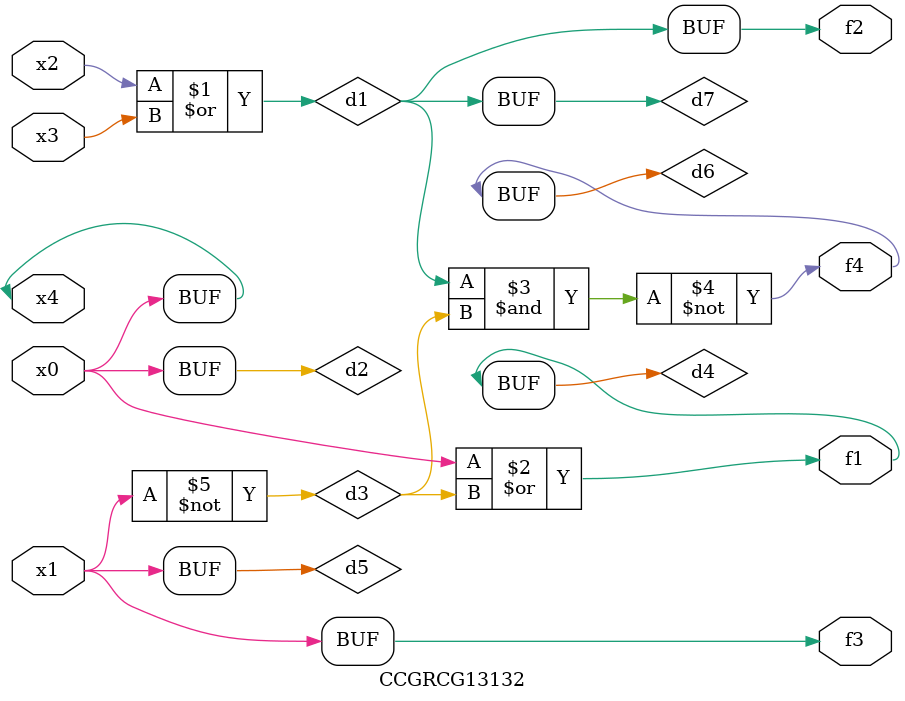
<source format=v>
module CCGRCG13132(
	input x0, x1, x2, x3, x4,
	output f1, f2, f3, f4
);

	wire d1, d2, d3, d4, d5, d6, d7;

	or (d1, x2, x3);
	buf (d2, x0, x4);
	not (d3, x1);
	or (d4, d2, d3);
	not (d5, d3);
	nand (d6, d1, d3);
	or (d7, d1);
	assign f1 = d4;
	assign f2 = d7;
	assign f3 = d5;
	assign f4 = d6;
endmodule

</source>
